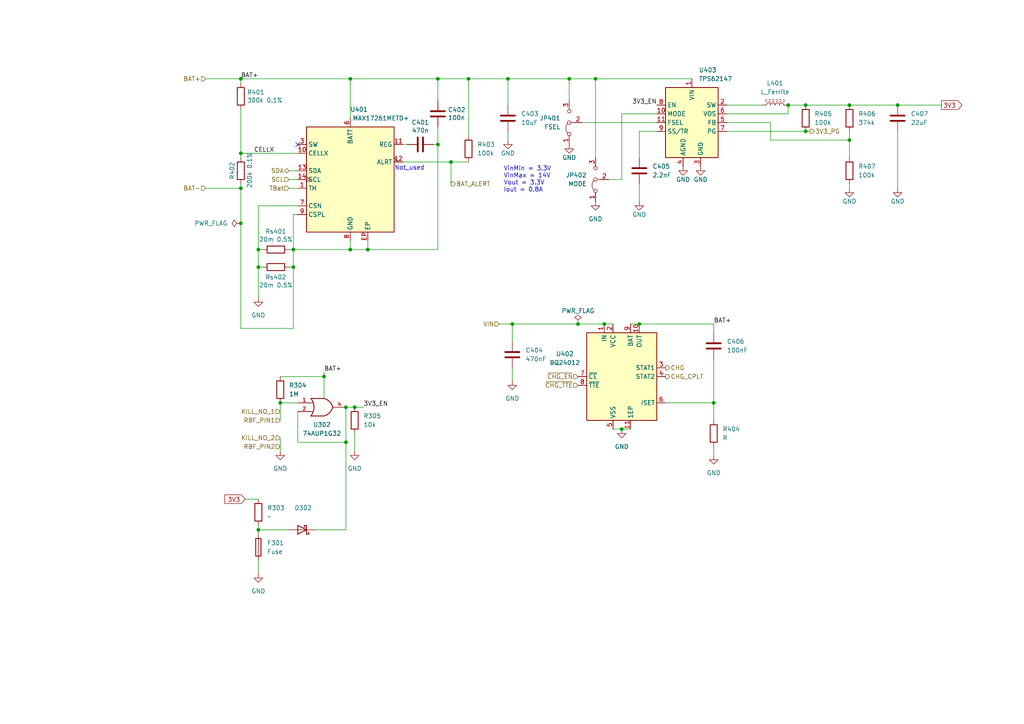
<source format=kicad_sch>
(kicad_sch (version 20211123) (generator eeschema)
  (paper "A4")
  (lib_symbols
    (symbol "74xGxx:74AUP1G32" (pin_names (offset 1.016))
      (property "Reference" "U" (at -2.54 3.81 0))
      (property "Value" "74AUP1G32" (at 0 -3.81 0))
      (symbol "74AUP1G32_0_1"
        (arc (start -3.81 -2.54) (mid -2.919 0) (end -3.81 2.54) (stroke (width 0.254)))
        (arc (start 0 -2.54) (mid 1.5993 -1.6027) (end 2.54 0) (stroke (width 0.254)))
        (polyline (pts (xy -3.81 -1.27) (xy -3.175 -1.27)))
        (polyline (pts (xy -3.81 1.27) (xy -3.175 1.27)))
        (polyline (pts (xy 0 -2.54) (xy -3.81 -2.54)) (stroke (width 0.254)) (fill (type background)))
        (polyline (pts (xy 0 2.54) (xy -3.81 2.54)) (stroke (width 0.254)) (fill (type background)))
        (arc (start 2.54 0) (mid 1.6119 1.6152) (end 0 2.54) (stroke (width 0.254)))
      )
      (symbol "74AUP1G32_1_1"
        (pin input line (at -7.62 1.27 0) (length 3.81) (name "~") (number "1"))
        (pin input line (at -7.62 -1.27 0) (length 3.81) (name "~") (number "2"))
        (pin power_in line (at 0 -2.54 270) (length 0) hide (name "GND") (number "3"))
        (pin output line (at 6.35 0 180) (length 3.81) (name "~") (number "4"))
        (pin power_in line (at 0 2.54 90) (length 0) hide (name "VCC") (number "5"))
      )
    )
    (symbol "Device:C" (pin_numbers hide) (pin_names (offset 0.254))
      (property "Reference" "C" (at 0.635 2.54 0))
      (property "Value" "C" (at 0.635 -2.54 0))
      (symbol "C_0_1"
        (polyline (pts (xy -2.032 -0.762) (xy 2.032 -0.762)) (stroke (width 0.508)))
        (polyline (pts (xy -2.032 0.762) (xy 2.032 0.762)) (stroke (width 0.508)))
      )
      (symbol "C_1_1"
        (pin passive line (at 0 3.81 270) (length 2.794) (name "~") (number "1"))
        (pin passive line (at 0 -3.81 90) (length 2.794) (name "~") (number "2"))
      )
    )
    (symbol "Device:Fuse" (pin_numbers hide) (pin_names (offset 0))
      (property "Reference" "F" (at 2.032 0 90))
      (property "Value" "Fuse" (at -1.905 0 90))
      (symbol "Fuse_0_1"
        (rectangle (start -0.762 -2.54) (end 0.762 2.54) (stroke (width 0.254)))
        (polyline (pts (xy 0 2.54) (xy 0 -2.54)))
      )
      (symbol "Fuse_1_1"
        (pin passive line (at 0 3.81 270) (length 1.27) (name "~") (number "1"))
        (pin passive line (at 0 -3.81 90) (length 1.27) (name "~") (number "2"))
      )
    )
    (symbol "Device:L_Ferrite" (pin_numbers hide) (pin_names (offset 1.016) hide)
      (property "Reference" "L" (at -1.27 0 90))
      (property "Value" "L_Ferrite" (at 2.794 0 90))
      (symbol "L_Ferrite_0_1"
        (arc (start 0 -2.54) (mid 0.635 -1.905) (end 0 -1.27))
        (arc (start 0 -1.27) (mid 0.635 -0.635) (end 0 0))
        (polyline (pts (xy 1.016 -2.794) (xy 1.016 -2.286)))
        (polyline (pts (xy 1.016 -1.778) (xy 1.016 -1.27)))
        (polyline (pts (xy 1.016 -0.762) (xy 1.016 -0.254)))
        (polyline (pts (xy 1.016 0.254) (xy 1.016 0.762)))
        (polyline (pts (xy 1.016 1.27) (xy 1.016 1.778)))
        (polyline (pts (xy 1.016 2.286) (xy 1.016 2.794)))
        (polyline (pts (xy 1.524 -2.286) (xy 1.524 -2.794)))
        (polyline (pts (xy 1.524 -1.27) (xy 1.524 -1.778)))
        (polyline (pts (xy 1.524 -0.254) (xy 1.524 -0.762)))
        (polyline (pts (xy 1.524 0.762) (xy 1.524 0.254)))
        (polyline (pts (xy 1.524 1.778) (xy 1.524 1.27)))
        (polyline (pts (xy 1.524 2.794) (xy 1.524 2.286)))
        (arc (start 0 0) (mid 0.635 0.635) (end 0 1.27))
        (arc (start 0 1.27) (mid 0.635 1.905) (end 0 2.54))
      )
      (symbol "L_Ferrite_1_1"
        (pin passive line (at 0 3.81 270) (length 1.27) (name "1") (number "1"))
        (pin passive line (at 0 -3.81 90) (length 1.27) (name "2") (number "2"))
      )
    )
    (symbol "Device:R" (pin_numbers hide) (pin_names (offset 0))
      (property "Reference" "R" (at 2.032 0 90))
      (property "Value" "R" (at 0 0 90))
      (symbol "R_0_1"
        (rectangle (start -1.016 -2.54) (end 1.016 2.54) (stroke (width 0.254)))
      )
      (symbol "R_1_1"
        (pin passive line (at 0 3.81 270) (length 1.27) (name "~") (number "1"))
        (pin passive line (at 0 -3.81 90) (length 1.27) (name "~") (number "2"))
      )
    )
    (symbol "Jumper:Jumper_3_Bridged12" (pin_names (offset 0) hide)
      (property "Reference" "JP" (at -2.54 -2.54 0))
      (property "Value" "Jumper_3_Bridged12" (at 0 2.794 0))
      (symbol "Jumper_3_Bridged12_0_0"
        (circle (center -3.302 0) (radius 0.508))
        (circle (center 0 0) (radius 0.508))
        (circle (center 3.302 0) (radius 0.508))
      )
      (symbol "Jumper_3_Bridged12_0_1"
        (arc (start -0.254 0.508) (mid -1.651 0.9912) (end -3.048 0.508))
        (polyline (pts (xy 0 -1.27) (xy 0 -0.508)))
      )
      (symbol "Jumper_3_Bridged12_1_1"
        (pin passive line (at -6.35 0 0) (length 2.54) (name "A") (number "1"))
        (pin passive line (at 0 -3.81 90) (length 2.54) (name "C") (number "2"))
        (pin passive line (at 6.35 0 180) (length 2.54) (name "B") (number "3"))
      )
    )
    (symbol "lsf-kicad:BQ24013"
      (property "Reference" "U401" (at -16.51 4.3307 0))
      (property "Value" "BQ24013" (at -16.51 1.7907 0))
      (symbol "BQ24013_0_1"
        (rectangle (start -10.16 12.7) (end 10.16 -12.7) (stroke (width 0.254)) (fill (type background)))
      )
      (symbol "BQ24013_1_1"
        (pin power_in line (at -5.08 15.24 270) (length 2.54) (name "IN") (number "1"))
        (pin power_out line (at 5.08 15.24 270) (length 2.54) (name "OUT") (number "10"))
        (pin passive line (at 2.54 -15.24 90) (length 2.54) (name "1EP") (number "11"))
        (pin power_in line (at -2.54 15.24 270) (length 2.54) (name "VCC") (number "2"))
        (pin open_collector line (at 12.7 2.54 180) (length 2.54) (name "STAT1") (number "3"))
        (pin open_collector line (at 12.7 0 180) (length 2.54) (name "STAT2") (number "4"))
        (pin power_in line (at -2.54 -15.24 90) (length 2.54) (name "VSS") (number "5"))
        (pin output line (at 12.7 -7.62 180) (length 2.54) (name "ISET") (number "6"))
        (pin input line (at -12.7 0 0) (length 2.54) (name "~{CE}") (number "7"))
        (pin input line (at -12.7 -2.54 0) (length 2.54) (name "~{TTE}") (number "8"))
        (pin input line (at 2.54 15.24 270) (length 2.54) (name "BAT") (number "9"))
      )
    )
    (symbol "lsf-kicad:CDBU40-HF" (pin_numbers hide) (pin_names hide)
      (property "Reference" "D" (at 0.3175 6.35 0))
      (property "Value" "CDBU40-HF" (at 0.3175 3.81 0))
      (symbol "CDBU40-HF_0_1"
        (polyline (pts (xy 1.27 0) (xy -1.27 0)))
        (polyline (pts (xy 1.27 1.27) (xy 1.27 -1.27) (xy -1.27 0) (xy 1.27 1.27)) (stroke (width 0.254)))
        (polyline (pts (xy -1.905 0.635) (xy -1.905 1.27) (xy -1.27 1.27) (xy -1.27 -1.27) (xy -0.635 -1.27) (xy -0.635 -0.635)) (stroke (width 0.254)))
      )
      (symbol "CDBU40-HF_1_1"
        (pin passive line (at -3.81 0 0) (length 2.54) (name "K") (number "1"))
        (pin passive line (at 3.81 0 180) (length 2.54) (name "A") (number "2"))
      )
    )
    (symbol "lsf-kicad:MAX17261METD+"
      (property "Reference" "U" (at 0 5.08 0))
      (property "Value" "MAX17261METD+" (at 0 1.27 0))
      (symbol "MAX17261METD+_0_1"
        (rectangle (start -12.7 15.24) (end 12.7 -15.24) (stroke (width 0.254)) (fill (type background)))
      )
      (symbol "MAX17261METD+_1_1"
        (pin input line (at -15.24 -2.54 0) (length 2.54) (name "TH") (number "1"))
        (pin passive line (at -15.24 7.62 0) (length 2.54) (name "CELLX") (number "10"))
        (pin power_out line (at 15.24 10.16 180) (length 2.54) (name "REG") (number "11"))
        (pin open_collector output_low (at 15.24 5.08 180) (length 2.54) (name "ALRT") (number "12"))
        (pin bidirectional line (at -15.24 2.54 0) (length 2.54) (name "SDA") (number "13"))
        (pin input clock (at -15.24 0 0) (length 2.54) (name "SCL") (number "14"))
        (pin no_connect line (at -10.16 -17.78 90) (length 2.54) hide (name "NC") (number "2"))
        (pin output line (at -15.24 10.16 0) (length 2.54) (name "SW") (number "3"))
        (pin no_connect line (at -7.62 -17.78 90) (length 2.54) hide (name "NC") (number "4"))
        (pin no_connect line (at -5.08 -17.78 90) (length 2.54) hide (name "NC") (number "5"))
        (pin power_in line (at 0 17.78 270) (length 2.54) (name "BATT") (number "6"))
        (pin passive line (at -15.24 -7.62 0) (length 2.54) (name "CSN") (number "7"))
        (pin power_in line (at 0 -17.78 90) (length 2.54) (name "GND") (number "8"))
        (pin passive line (at -15.24 -10.16 0) (length 2.54) (name "CSPL") (number "9"))
        (pin power_in line (at 5.08 -17.78 90) (length 2.54) (name "EP") (number "EP"))
      )
    )
    (symbol "lsf-kicad:TPS62147"
      (property "Reference" "U" (at -7.62 12.7 0))
      (property "Value" "TPS62147" (at 7.62 12.7 0))
      (symbol "TPS62147_0_1"
        (rectangle (start -7.62 10.16) (end 7.62 -10.16) (stroke (width 0.254)) (fill (type background)))
      )
      (symbol "TPS62147_1_1"
        (pin power_in line (at 0 12.7 270) (length 2.54) (name "VIN") (number "1"))
        (pin input line (at -10.16 2.54 0) (length 2.54) (name "MODE") (number "10"))
        (pin input line (at -10.16 0 0) (length 2.54) (name "FSEL") (number "11"))
        (pin passive line (at 10.16 5.08 180) (length 2.54) (name "SW") (number "2"))
        (pin power_in line (at 2.54 -12.7 90) (length 2.54) (name "GND") (number "3"))
        (pin power_in line (at -2.54 -12.7 90) (length 2.54) (name "AGND") (number "4"))
        (pin input line (at 10.16 0 180) (length 2.54) (name "FB") (number "5"))
        (pin input line (at 10.16 2.54 180) (length 2.54) (name "VOS") (number "6"))
        (pin open_collector line (at 10.16 -2.54 180) (length 2.54) (name "PG") (number "7"))
        (pin input line (at -10.16 5.08 0) (length 2.54) (name "EN") (number "8"))
        (pin input line (at -10.16 -2.54 0) (length 2.54) (name "SS/TR") (number "9"))
      )
    )
    (symbol "power:GND" (power) (pin_names (offset 0))
      (property "Value" "GND" (at 0 -3.81 0))
      (symbol "GND_0_1"
        (polyline (pts (xy 0 0) (xy 0 -1.27) (xy 1.27 -1.27) (xy 0 -2.54) (xy -1.27 -1.27) (xy 0 -1.27)))
      )
      (symbol "GND_1_1"
        (pin power_in line (at 0 0 270) (length 0) hide (name "GND") (number "1"))
      )
    )
    (symbol "power:PWR_FLAG" (power) (pin_numbers hide) (pin_names (offset 0) hide)
      (property "Value" "PWR_FLAG" (at 0 3.81 0))
      (symbol "PWR_FLAG_0_0"
        (pin power_out line (at 0 0 90) (length 0) (name "pwr") (number "1"))
      )
      (symbol "PWR_FLAG_0_1"
        (polyline (pts (xy 0 0) (xy 0 1.27) (xy -1.016 1.905) (xy 0 2.54) (xy 1.016 1.905) (xy 0 1.27)))
      )
    )
  )
  (junction (at 102.87 118.11))
  (junction (at 101.6 22.86))
  (junction (at 81.28 116.84))
  (junction (at 74.93 72.39))
  (junction (at 135.89 22.86))
  (junction (at 93.98 109.22))
  (junction (at 69.85 22.86))
  (junction (at 233.68 38.1))
  (junction (at 165.1 22.86))
  (junction (at 100.33 118.11))
  (junction (at 246.38 30.48))
  (junction (at 167.64 93.98))
  (junction (at 85.09 77.47))
  (junction (at 74.93 153.67))
  (junction (at 207.01 116.84))
  (junction (at 260.35 30.48))
  (junction (at 233.68 30.48))
  (junction (at 100.33 128.27))
  (junction (at 69.85 44.45))
  (junction (at 147.32 22.86))
  (junction (at 175.26 93.98))
  (junction (at 246.38 40.64))
  (junction (at 148.59 93.98))
  (junction (at 69.85 54.61))
  (junction (at 85.09 72.39))
  (junction (at 130.81 46.99))
  (junction (at 74.93 77.47))
  (junction (at 127 22.86))
  (junction (at 101.6 72.39))
  (junction (at 185.42 93.98))
  (junction (at 106.68 72.39))
  (junction (at 172.72 22.86))
  (junction (at 228.6 30.48))
  (junction (at 69.85 64.77))
  (junction (at 127 41.91))
  (junction (at 180.34 124.46))
  (no_connect (at 86.36 41.91))
  (wire (pts (xy 81.28 116.84) (xy 86.36 116.84)))
  (wire (pts (xy 223.52 40.64) (xy 246.38 40.64)))
  (wire (pts (xy 207.01 104.14) (xy 207.01 116.84)))
  (wire (pts (xy 100.33 118.11) (xy 102.87 118.11)))
  (wire (pts (xy 86.36 128.27) (xy 100.33 128.27)))
  (wire (pts (xy 81.28 127) (xy 81.28 130.81)))
  (wire (pts (xy 101.6 34.29) (xy 101.6 22.86)))
  (wire (pts (xy 167.64 93.98) (xy 175.26 93.98)))
  (wire (pts (xy 101.6 69.85) (xy 101.6 72.39)))
  (wire (pts (xy 207.01 121.92) (xy 207.01 116.84)))
  (wire (pts (xy 127 41.91) (xy 127 72.39)))
  (wire (pts (xy 246.38 30.48) (xy 233.68 30.48)))
  (wire (pts (xy 69.85 44.45) (xy 69.85 45.72)))
  (wire (pts (xy 207.01 93.98) (xy 207.01 96.52)))
  (wire (pts (xy 233.68 38.1) (xy 210.82 38.1)))
  (wire (pts (xy 69.85 64.77) (xy 69.85 95.25)))
  (wire (pts (xy 228.6 33.02) (xy 228.6 30.48)))
  (wire (pts (xy 86.36 59.69) (xy 74.93 59.69)))
  (wire (pts (xy 69.85 54.61) (xy 69.85 53.34)))
  (wire (pts (xy 165.1 22.86) (xy 165.1 29.21)))
  (wire (pts (xy 127 41.91) (xy 125.73 41.91)))
  (wire (pts (xy 100.33 153.67) (xy 100.33 128.27)))
  (wire (pts (xy 106.68 72.39) (xy 127 72.39)))
  (wire (pts (xy 74.93 153.67) (xy 74.93 154.94)))
  (wire (pts (xy 185.42 93.98) (xy 207.01 93.98)))
  (wire (pts (xy 234.95 38.1) (xy 233.68 38.1)))
  (wire (pts (xy 207.01 116.84) (xy 193.04 116.84)))
  (wire (pts (xy 59.69 22.86) (xy 69.85 22.86)))
  (wire (pts (xy 210.82 30.48) (xy 220.98 30.48)))
  (wire (pts (xy 91.44 153.67) (xy 100.33 153.67)))
  (wire (pts (xy 246.38 54.61) (xy 246.38 53.34)))
  (wire (pts (xy 180.34 52.07) (xy 176.53 52.07)))
  (wire (pts (xy 74.93 153.67) (xy 83.82 153.67)))
  (wire (pts (xy 175.26 93.98) (xy 177.8 93.98)))
  (wire (pts (xy 83.82 52.07) (xy 86.36 52.07)))
  (wire (pts (xy 93.98 107.95) (xy 93.98 109.22)))
  (wire (pts (xy 86.36 62.23) (xy 85.09 62.23)))
  (wire (pts (xy 101.6 22.86) (xy 127 22.86)))
  (wire (pts (xy 116.84 41.91) (xy 118.11 41.91)))
  (wire (pts (xy 74.93 77.47) (xy 74.93 86.36)))
  (wire (pts (xy 246.38 40.64) (xy 246.38 38.1)))
  (wire (pts (xy 135.89 22.86) (xy 135.89 39.37)))
  (wire (pts (xy 69.85 54.61) (xy 69.85 64.77)))
  (wire (pts (xy 76.2 77.47) (xy 74.93 77.47)))
  (wire (pts (xy 69.85 22.86) (xy 69.85 24.13)))
  (wire (pts (xy 127 22.86) (xy 135.89 22.86)))
  (wire (pts (xy 86.36 54.61) (xy 83.82 54.61)))
  (wire (pts (xy 130.81 46.99) (xy 130.81 53.34)))
  (wire (pts (xy 69.85 95.25) (xy 85.09 95.25)))
  (wire (pts (xy 106.68 72.39) (xy 101.6 72.39)))
  (wire (pts (xy 147.32 30.48) (xy 147.32 22.86)))
  (wire (pts (xy 69.85 31.75) (xy 69.85 44.45)))
  (wire (pts (xy 180.34 33.02) (xy 180.34 52.07)))
  (wire (pts (xy 116.84 46.99) (xy 130.81 46.99)))
  (wire (pts (xy 81.28 109.22) (xy 93.98 109.22)))
  (wire (pts (xy 185.42 53.34) (xy 185.42 58.42)))
  (wire (pts (xy 130.81 46.99) (xy 135.89 46.99)))
  (wire (pts (xy 147.32 22.86) (xy 165.1 22.86)))
  (wire (pts (xy 86.36 119.38) (xy 86.36 128.27)))
  (wire (pts (xy 210.82 33.02) (xy 228.6 33.02)))
  (wire (pts (xy 223.52 35.56) (xy 223.52 40.64)))
  (wire (pts (xy 71.12 144.78) (xy 74.93 144.78)))
  (wire (pts (xy 74.93 162.56) (xy 74.93 166.37)))
  (wire (pts (xy 172.72 22.86) (xy 200.66 22.86)))
  (wire (pts (xy 83.82 49.53) (xy 86.36 49.53)))
  (wire (pts (xy 148.59 93.98) (xy 167.64 93.98)))
  (wire (pts (xy 106.68 69.85) (xy 106.68 72.39)))
  (wire (pts (xy 74.93 77.47) (xy 74.93 72.39)))
  (wire (pts (xy 59.69 54.61) (xy 69.85 54.61)))
  (wire (pts (xy 144.78 93.98) (xy 148.59 93.98)))
  (wire (pts (xy 148.59 93.98) (xy 148.59 99.06)))
  (wire (pts (xy 100.33 128.27) (xy 100.33 118.11)))
  (wire (pts (xy 210.82 35.56) (xy 223.52 35.56)))
  (wire (pts (xy 260.35 30.48) (xy 273.05 30.48)))
  (wire (pts (xy 168.91 35.56) (xy 190.5 35.56)))
  (wire (pts (xy 127 41.91) (xy 127 36.83)))
  (wire (pts (xy 135.89 22.86) (xy 147.32 22.86)))
  (wire (pts (xy 190.5 38.1) (xy 185.42 38.1)))
  (wire (pts (xy 74.93 72.39) (xy 76.2 72.39)))
  (wire (pts (xy 180.34 124.46) (xy 182.88 124.46)))
  (wire (pts (xy 182.88 93.98) (xy 185.42 93.98)))
  (wire (pts (xy 74.93 152.4) (xy 74.93 153.67)))
  (wire (pts (xy 233.68 30.48) (xy 228.6 30.48)))
  (wire (pts (xy 85.09 72.39) (xy 101.6 72.39)))
  (wire (pts (xy 85.09 62.23) (xy 85.09 72.39)))
  (wire (pts (xy 102.87 125.73) (xy 102.87 130.81)))
  (wire (pts (xy 85.09 95.25) (xy 85.09 77.47)))
  (wire (pts (xy 69.85 44.45) (xy 86.36 44.45)))
  (wire (pts (xy 147.32 40.64) (xy 147.32 38.1)))
  (wire (pts (xy 246.38 40.64) (xy 246.38 45.72)))
  (wire (pts (xy 260.35 54.61) (xy 260.35 38.1)))
  (wire (pts (xy 102.87 118.11) (xy 105.41 118.11)))
  (wire (pts (xy 81.28 116.84) (xy 81.28 121.92)))
  (wire (pts (xy 246.38 30.48) (xy 260.35 30.48)))
  (wire (pts (xy 165.1 22.86) (xy 172.72 22.86)))
  (wire (pts (xy 93.98 109.22) (xy 93.98 115.57)))
  (wire (pts (xy 207.01 132.08) (xy 207.01 129.54)))
  (wire (pts (xy 177.8 124.46) (xy 180.34 124.46)))
  (wire (pts (xy 74.93 59.69) (xy 74.93 72.39)))
  (wire (pts (xy 148.59 106.68) (xy 148.59 110.49)))
  (wire (pts (xy 190.5 33.02) (xy 180.34 33.02)))
  (wire (pts (xy 127 29.21) (xy 127 22.86)))
  (wire (pts (xy 101.6 22.86) (xy 69.85 22.86)))
  (wire (pts (xy 85.09 72.39) (xy 85.09 77.47)))
  (wire (pts (xy 85.09 77.47) (xy 83.82 77.47)))
  (wire (pts (xy 185.42 38.1) (xy 185.42 45.72)))
  (wire (pts (xy 172.72 22.86) (xy 172.72 45.72)))
  (wire (pts (xy 83.82 72.39) (xy 85.09 72.39)))
  (text "Not_used" (at 123.19 49.53 180) (effects (font (size 1.27 1.27)) (justify right bottom)))
  (text "VinMin = 3.3V\nVinMax = 14V\nVout = 3.3V\nIout = 0.8A" (at 146.05 55.88 0) (effects (font (size 1.27 1.27)) (justify left bottom)))
  (label "BAT+" (at 93.98 107.95 0))
  (label "3V3_EN" (at 190.5 30.48 180))
  (label "BAT+" (at 207.01 93.98 0))
  (label "BAT+" (at 69.85 22.86 0))
  (label "3V3_EN" (at 105.41 118.11 0))
  (label "CELLX" (at 73.66 44.45 0))
  (global_label "3V3" (shape output) (at 273.05 30.48 0) (property "Intersheet References" "${INTERSHEET_REFS}" (effects hide)))
  (global_label "3V3" (shape input) (at 71.12 144.78 180) (property "Intersheet References" "${INTERSHEET_REFS}" (effects hide)))
  (hierarchical_label "RBF_PIN2" (shape input) (at 81.28 129.54 180))
  (hierarchical_label "KILL_NO_2" (shape input) (at 81.28 127 180))
  (hierarchical_label "~{CHG_EN}" (shape input) (at 167.64 109.22 180))
  (hierarchical_label "BAT+" (shape input) (at 59.69 22.86 180))
  (hierarchical_label "RBF_PIN1" (shape input) (at 81.28 121.92 180))
  (hierarchical_label "~{CHG_TTE}" (shape input) (at 167.64 111.76 180))
  (hierarchical_label "SDA" (shape bidirectional) (at 83.82 49.53 180))
  (hierarchical_label "3V3_PG" (shape output) (at 234.95 38.1 0))
  (hierarchical_label "TBat" (shape input) (at 83.82 54.61 180))
  (hierarchical_label "VIN" (shape input) (at 144.78 93.98 180))
  (hierarchical_label "CHG" (shape output) (at 193.04 106.68 0))
  (hierarchical_label "CHG_CPLT" (shape output) (at 193.04 109.22 0))
  (hierarchical_label "SCL" (shape input) (at 83.82 52.07 180))
  (hierarchical_label "BAT-" (shape input) (at 59.69 54.61 180))
  (hierarchical_label "BAT_ALERT" (shape output) (at 130.81 53.34 0))
  (hierarchical_label "KILL_NO_1" (shape input) (at 81.28 119.38 180))
  (symbol (lib_id "lsf-kicad:TPS62147") (at 200.66 35.56 0) (unit 1)
    (property "Reference" "U403" (at 202.6794 20.32 0) (effects (justify left)))
    (property "Value" "TPS62147" (at 202.6794 22.86 0) (effects (justify left)))
    (property "Footprint" "lsf-kicad-lib:Texas_RGX0011A" (effects hide))
    (property "Datasheet" "https://www.ti.com/lit/ds/symlink/tps62147.pdf" (effects hide))
    (property "Part Number" "TPS62147" (effects hide))
  )
  (symbol (lib_id "power:GND") (at 74.93 166.37 0) (unit 1)
    (property "Reference" "#PWR0114" (effects hide))
    (property "Value" "GND" (at 74.93 171.45 0))
  )
  (symbol (lib_id "Device:C") (at 185.42 49.53 0) (unit 1)
    (property "Reference" "C405" (at 189.23 48.2599 0) (effects (justify left)))
    (property "Value" "2.2nF" (at 189.23 50.7999 0) (effects (justify left)))
    (property "Footprint" "Capacitor_SMD:C_0402_1005Metric" (effects hide))
    (property "PartNumber" "GRM155R71E222KA01D" (effects hide))
    (property "Part Number" "GRM155R71E222KA01D" (effects hide))
  )
  (symbol (lib_id "Device:R") (at 207.01 125.73 0) (unit 1)
    (property "Reference" "R404" (at 209.55 124.4599 0) (effects (justify left)))
    (property "Value" "R" (at 209.55 126.9999 0) (effects (justify left)))
    (property "Footprint" "Resistor_SMD:R_0402_1005Metric" (effects hide))
  )
  (symbol (lib_id "Device:C") (at 148.59 102.87 0) (unit 1)
    (property "Reference" "C404" (at 152.4 101.5999 0) (effects (justify left)))
    (property "Value" "470nF" (at 152.4 104.1399 0) (effects (justify left)))
    (property "Footprint" "Capacitor_SMD:C_0402_1005Metric" (effects hide))
  )
  (symbol (lib_id "power:GND") (at 165.1 41.91 0) (unit 1)
    (property "Reference" "#PWR0404" (effects hide))
    (property "Value" "GND" (at 165.1 45.72 0))
  )
  (symbol (lib_id "Device:R") (at 80.01 72.39 270) (unit 1)
    (property "Reference" "Rs401" (at 80.01 67.1322 90))
    (property "Value" "20m 0.5%" (at 80.01 69.4436 90))
    (property "Footprint" "Resistor_SMD:R_0402_1005Metric" (effects hide))
    (property "Part Number" "PE0402FRF070R02L" (effects hide))
    (property "PartNumber" "PE0603FRF070R02L" (effects hide))
  )
  (symbol (lib_id "Device:C") (at 207.01 100.33 0) (unit 1)
    (property "Reference" "C406" (at 210.82 99.0599 0) (effects (justify left)))
    (property "Value" "100nF" (at 210.82 101.5999 0) (effects (justify left)))
    (property "Footprint" "Capacitor_SMD:C_0402_1005Metric" (effects hide))
  )
  (symbol (lib_id "Jumper:Jumper_3_Bridged12") (at 165.1 35.56 90) (unit 1)
    (property "Reference" "JP401" (at 162.56 34.2899 90) (effects (justify left)))
    (property "Value" "FSEL" (at 162.56 36.8299 90) (effects (justify left)))
    (property "Footprint" "Jumper:SolderJumper-3_P1.3mm_Bridged2Bar12_Pad1.0x1.5mm_NumberLabels" (effects hide))
  )
  (symbol (lib_id "Device:R") (at 81.28 113.03 0) (unit 1)
    (property "Reference" "R304" (at 83.82 111.7599 0) (effects (justify left)))
    (property "Value" "1M" (at 83.82 114.2999 0) (effects (justify left)))
    (property "Footprint" "Resistor_SMD:R_0402_1005Metric" (effects hide))
  )
  (symbol (lib_id "power:PWR_FLAG") (at 167.64 93.98 0) (unit 1)
    (property "Reference" "#FLG0402" (effects hide))
    (property "Value" "PWR_FLAG" (at 167.64 90.17 0))
  )
  (symbol (lib_id "Device:R") (at 233.68 34.29 0) (unit 1)
    (property "Reference" "R405" (at 236.22 33.0199 0) (effects (justify left)))
    (property "Value" "100k" (at 236.22 35.5599 0) (effects (justify left)))
    (property "Footprint" "Resistor_SMD:R_0402_1005Metric" (effects hide))
    (property "Part Number" "CRCW0402100KFKED" (effects hide))
  )
  (symbol (lib_id "power:GND") (at 185.42 58.42 0) (unit 1)
    (property "Reference" "#PWR0407" (effects hide))
    (property "Value" "GND" (at 185.42 62.23 0))
  )
  (symbol (lib_id "power:GND") (at 180.34 124.46 0) (unit 1)
    (property "Reference" "#PWR0406" (effects hide))
    (property "Value" "GND" (at 180.34 129.54 0))
  )
  (symbol (lib_id "Jumper:Jumper_3_Bridged12") (at 172.72 52.07 90) (unit 1)
    (property "Reference" "JP402" (at 170.18 50.7999 90) (effects (justify left)))
    (property "Value" "MODE" (at 170.18 53.3399 90) (effects (justify left)))
    (property "Footprint" "Jumper:SolderJumper-3_P1.3mm_Bridged2Bar12_Pad1.0x1.5mm_NumberLabels" (effects hide))
  )
  (symbol (lib_id "power:GND") (at 81.28 130.81 0) (unit 1)
    (property "Reference" "#PWR0112" (effects hide))
    (property "Value" "GND" (at 81.28 135.89 0))
  )
  (symbol (lib_id "Device:C") (at 260.35 34.29 0) (unit 1)
    (property "Reference" "C407" (at 264.16 33.0199 0) (effects (justify left)))
    (property "Value" "22uF" (at 264.16 35.5599 0) (effects (justify left)))
    (property "Footprint" "Capacitor_SMD:C_0603_1608Metric" (effects hide))
    (property "Part Number" "GRM188R60J226MEA0D" (effects hide))
  )
  (symbol (lib_id "lsf-kicad:MAX17261METD+") (at 101.6 52.07 0) (unit 1)
    (property "Reference" "U401" (at 104.14 31.75 0))
    (property "Value" "MAX17261METD+" (at 110.49 34.29 0))
    (property "Footprint" "lsf-kicad-lib:TDFN-14-1EP_3x3mm_P0.4mm_EP1.7x2.3mm" (effects hide))
    (property "Datasheet" "https://datasheets.maximintegrated.com/en/ds/MAX17261.pdf" (effects hide))
    (property "Part Number" "MAX17261METD+" (effects hide))
    (property "PartNumber" "MAX17261METD+" (effects hide))
  )
  (symbol (lib_id "Device:R") (at 246.38 49.53 0) (unit 1)
    (property "Reference" "R407" (at 248.92 48.2599 0) (effects (justify left)))
    (property "Value" "100k" (at 248.92 50.7999 0) (effects (justify left)))
    (property "Footprint" "Resistor_SMD:R_0402_1005Metric" (effects hide))
    (property "Part Number" "CRCW0402100KFKED" (effects hide))
  )
  (symbol (lib_id "Device:R") (at 74.93 148.59 0) (unit 1)
    (property "Reference" "R303" (at 77.47 147.3199 0) (effects (justify left)))
    (property "Value" "~" (at 77.47 149.8599 0) (effects (justify left)))
    (property "Footprint" "Resistor_SMD:R_0402_1005Metric" (effects hide))
  )
  (symbol (lib_id "power:GND") (at 207.01 132.08 0) (unit 1)
    (property "Reference" "#PWR0410" (effects hide))
    (property "Value" "GND" (at 207.01 137.16 0))
  )
  (symbol (lib_id "Device:L_Ferrite") (at 224.79 30.48 90) (unit 1)
    (property "Reference" "L401" (at 224.79 24.13 90))
    (property "Value" "L_Ferrite" (at 224.79 26.67 90))
    (property "Footprint" "Inductor_SMD:L_Vishay_IHLP-1212" (effects hide))
    (property "Part Number" "IHLP1212BZER1R0M11" (effects hide))
  )
  (symbol (lib_id "lsf-kicad:CDBU40-HF") (at 87.63 153.67 180) (unit 1)
    (property "Reference" "D302" (at 87.9475 147.32 0))
    (property "Datasheet" "https://www.comchiptech.com/admin/files/product/QW-G1012-CDBU40-HF-RevA321692.pdf" (effects hide))
  )
  (symbol (lib_id "power:GND") (at 147.32 40.64 0) (unit 1)
    (property "Reference" "#PWR0402" (effects hide))
    (property "Value" "GND" (at 147.32 44.45 0))
  )
  (symbol (lib_id "Device:C") (at 121.92 41.91 90) (unit 1)
    (property "Reference" "C401" (at 121.92 35.5092 90))
    (property "Value" "470n" (at 121.92 37.8206 90))
    (property "Footprint" "Capacitor_SMD:C_0402_1005Metric" (effects hide))
    (property "Part Number" "JMK105B7474KVHF" (effects hide))
    (property "PartNumber" "JMK105B7474KVHF" (effects hide))
  )
  (symbol (lib_id "74xGxx:74AUP1G32") (at 93.98 118.11 0) (unit 1)
    (property "Reference" "U302" (at 93.345 123.19 0))
    (property "Value" "74AUP1G32" (at 93.345 125.73 0))
    (property "Footprint" "Package_TO_SOT_SMD:SOT-353_SC-70-5" (effects hide))
    (property "Datasheet" "https://eu.mouser.com/datasheet/2/916/74AUP1G32_Q100-1597633.pdf" (effects hide))
  )
  (symbol (lib_id "Device:C") (at 147.32 34.29 0) (unit 1)
    (property "Reference" "C403" (at 151.13 33.0199 0) (effects (justify left)))
    (property "Value" "10uF" (at 151.13 35.5599 0) (effects (justify left)))
    (property "Footprint" "Capacitor_SMD:C_1206_3216Metric" (effects hide))
    (property "PartNumber" "GRM31CR61C106KA88L" (effects hide))
    (property "Part Number" "GRM31CR61C106KA88L" (effects hide))
  )
  (symbol (lib_id "power:GND") (at 172.72 58.42 0) (unit 1)
    (property "Reference" "#PWR0405" (effects hide))
    (property "Value" "GND" (at 172.72 63.5 0))
  )
  (symbol (lib_id "power:GND") (at 198.12 48.26 0) (unit 1)
    (property "Reference" "#PWR0408" (effects hide))
    (property "Value" "GND" (at 198.12 52.07 0))
  )
  (symbol (lib_id "Device:R") (at 69.85 49.53 0) (unit 1)
    (property "Reference" "R402" (at 67.31 52.07 90) (effects (justify left)))
    (property "Value" "200k 0.1%" (at 72.39 54.61 90) (effects (justify left)))
    (property "Footprint" "Resistor_SMD:R_0402_1005Metric" (effects hide))
    (property "Part Number" "RN73H1ETTP2003B25" (effects hide))
    (property "PartNumber" "RN73H1ETTP2003B25" (effects hide))
  )
  (symbol (lib_id "Device:R") (at 80.01 77.47 270) (unit 1)
    (property "Reference" "Rs402" (at 80.01 80.391 90))
    (property "Value" "20m 0.5%" (at 80.01 82.7024 90))
    (property "Footprint" "Resistor_SMD:R_0402_1005Metric" (effects hide))
    (property "Part Number" "PE0402FRF070R02L" (effects hide))
    (property "PartNumber" "PE0603FRF070R02L" (effects hide))
  )
  (symbol (lib_id "Device:Fuse") (at 74.93 158.75 0) (unit 1)
    (property "Reference" "F301" (at 77.47 157.4799 0) (effects (justify left)))
    (property "Value" "Fuse" (at 77.47 160.0199 0) (effects (justify left)))
  )
  (symbol (lib_id "Device:R") (at 135.89 43.18 180) (unit 1)
    (property "Reference" "R403" (at 138.43 41.9099 0) (effects (justify right)))
    (property "Value" "100k" (at 138.43 44.4499 0) (effects (justify right)))
    (property "Footprint" "Resistor_SMD:R_0402_1005Metric" (effects hide))
  )
  (symbol (lib_id "Device:R") (at 246.38 34.29 0) (unit 1)
    (property "Reference" "R406" (at 248.92 33.0199 0) (effects (justify left)))
    (property "Value" "374k" (at 248.92 35.5599 0) (effects (justify left)))
    (property "Footprint" "Resistor_SMD:R_0402_1005Metric" (effects hide))
    (property "Part Number" "CRCW0402374KFKED" (effects hide))
  )
  (symbol (lib_id "Device:R") (at 69.85 27.94 0) (unit 1)
    (property "Reference" "R401" (at 71.628 26.7716 0) (effects (justify left)))
    (property "Value" "300k 0.1%" (at 71.628 29.083 0) (effects (justify left)))
    (property "Footprint" "Resistor_SMD:R_0402_1005Metric" (effects hide))
    (property "Part Number" "MCS0402MD3003BE000" (effects hide))
    (property "PartNumber" "MCS0402MD3003BE000" (effects hide))
  )
  (symbol (lib_id "power:GND") (at 260.35 54.61 0) (unit 1)
    (property "Reference" "#PWR0412" (effects hide))
    (property "Value" "GND" (at 260.35 58.42 0))
  )
  (symbol (lib_id "Device:C") (at 127 33.02 0) (unit 1)
    (property "Reference" "C402" (at 129.921 31.8516 0) (effects (justify left)))
    (property "Value" "100n" (at 129.921 34.163 0) (effects (justify left)))
    (property "Footprint" "Capacitor_SMD:C_0402_1005Metric" (effects hide))
    (property "Part Number" "CGA2B1X7R1C104K050BC" (effects hide))
    (property "PartNumber" "CGA2B1X7R1C104K050BC" (effects hide))
  )
  (symbol (lib_id "Device:R") (at 102.87 121.92 0) (unit 1)
    (property "Reference" "R305" (at 105.41 120.6499 0) (effects (justify left)))
    (property "Value" "10k" (at 105.41 123.1899 0) (effects (justify left)))
    (property "Footprint" "Resistor_SMD:R_0402_1005Metric" (effects hide))
  )
  (symbol (lib_id "lsf-kicad:BQ24013") (at 180.34 109.22 0) (unit 1)
    (property "Reference" "U402" (at 163.83 102.6412 0))
    (property "Value" "BQ24012" (at 163.83 105.1812 0))
    (property "Footprint" "Package_SON:Texas_DRC0010J_ThermalVias" (effects hide))
    (property "Datasheet" "http://www.ti.com/lit/ds/symlink/bq24012.pdf" (effects hide))
  )
  (symbol (lib_id "power:PWR_FLAG") (at 69.85 64.77 90) (unit 1)
    (property "Reference" "#FLG0401" (effects hide))
    (property "Value" "PWR_FLAG" (at 66.04 64.7699 90) (effects (justify left)))
  )
  (symbol (lib_id "power:GND") (at 246.38 54.61 0) (unit 1)
    (property "Reference" "#PWR0411" (effects hide))
    (property "Value" "GND" (at 246.38 58.42 0))
  )
  (symbol (lib_id "power:GND") (at 148.59 110.49 0) (unit 1)
    (property "Reference" "#PWR0403" (effects hide))
    (property "Value" "GND" (at 148.59 115.57 0))
  )
  (symbol (lib_id "power:GND") (at 74.93 86.36 0) (unit 1)
    (property "Reference" "#PWR0401" (effects hide))
    (property "Value" "GND" (at 74.93 91.44 0))
  )
  (symbol (lib_id "power:GND") (at 102.87 130.81 0) (unit 1)
    (property "Reference" "#PWR0113" (effects hide))
    (property "Value" "GND" (at 102.87 135.89 0))
  )
  (symbol (lib_id "power:GND") (at 203.2 48.26 0) (unit 1)
    (property "Reference" "#PWR0409" (effects hide))
    (property "Value" "GND" (at 203.2 52.07 0))
  )
)
</source>
